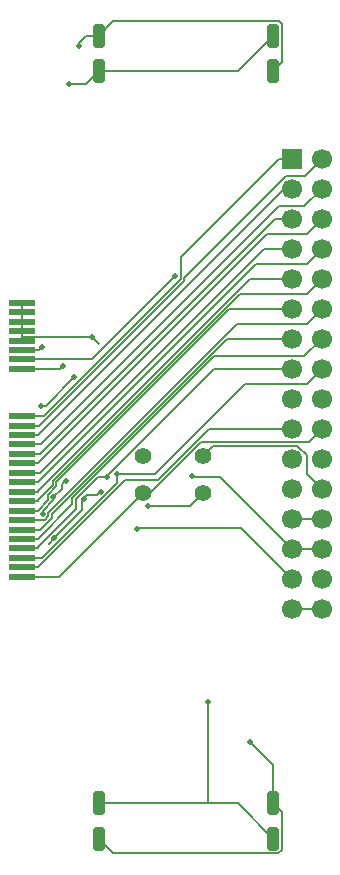
<source format=gbl>
G04 #@! TF.GenerationSoftware,KiCad,Pcbnew,9.0.2*
G04 #@! TF.CreationDate,2025-06-24T15:08:32-04:00*
G04 #@! TF.ProjectId,uconsole-expansion-card-template,75636f6e-736f-46c6-952d-657870616e73,0.1*
G04 #@! TF.SameCoordinates,Original*
G04 #@! TF.FileFunction,Copper,L2,Bot*
G04 #@! TF.FilePolarity,Positive*
%FSLAX46Y46*%
G04 Gerber Fmt 4.6, Leading zero omitted, Abs format (unit mm)*
G04 Created by KiCad (PCBNEW 9.0.2) date 2025-06-24 15:08:32*
%MOMM*%
%LPD*%
G01*
G04 APERTURE LIST*
G04 Aperture macros list*
%AMRoundRect*
0 Rectangle with rounded corners*
0 $1 Rounding radius*
0 $2 $3 $4 $5 $6 $7 $8 $9 X,Y pos of 4 corners*
0 Add a 4 corners polygon primitive as box body*
4,1,4,$2,$3,$4,$5,$6,$7,$8,$9,$2,$3,0*
0 Add four circle primitives for the rounded corners*
1,1,$1+$1,$2,$3*
1,1,$1+$1,$4,$5*
1,1,$1+$1,$6,$7*
1,1,$1+$1,$8,$9*
0 Add four rect primitives between the rounded corners*
20,1,$1+$1,$2,$3,$4,$5,0*
20,1,$1+$1,$4,$5,$6,$7,0*
20,1,$1+$1,$6,$7,$8,$9,0*
20,1,$1+$1,$8,$9,$2,$3,0*%
G04 Aperture macros list end*
G04 #@! TA.AperFunction,ComponentPad*
%ADD10C,1.400000*%
G04 #@! TD*
G04 #@! TA.AperFunction,ConnectorPad*
%ADD11R,2.300000X0.600000*%
G04 #@! TD*
G04 #@! TA.AperFunction,ConnectorPad*
%ADD12RoundRect,0.250000X-0.250000X-0.750000X0.250000X-0.750000X0.250000X0.750000X-0.250000X0.750000X0*%
G04 #@! TD*
G04 #@! TA.AperFunction,ComponentPad*
%ADD13R,1.700000X1.700000*%
G04 #@! TD*
G04 #@! TA.AperFunction,ComponentPad*
%ADD14C,1.700000*%
G04 #@! TD*
G04 #@! TA.AperFunction,ViaPad*
%ADD15C,0.500000*%
G04 #@! TD*
G04 #@! TA.AperFunction,Conductor*
%ADD16C,0.127000*%
G04 #@! TD*
G04 #@! TA.AperFunction,Conductor*
%ADD17C,0.200000*%
G04 #@! TD*
G04 APERTURE END LIST*
D10*
X99340000Y-105250000D03*
X94260000Y-105250000D03*
D11*
X84015000Y-89120000D03*
X84015000Y-89920000D03*
X84015000Y-90720000D03*
X84015000Y-91520000D03*
X84015000Y-92320000D03*
X84015000Y-93120000D03*
X84015000Y-93920000D03*
X84015000Y-94720000D03*
X84015000Y-98720000D03*
X84015000Y-99520000D03*
X84015000Y-100320000D03*
X84015000Y-101120000D03*
X84015000Y-101920000D03*
X84015000Y-102720000D03*
X84015000Y-103520000D03*
X84015000Y-104320000D03*
X84015000Y-105120000D03*
X84015000Y-105920000D03*
X84015000Y-106720000D03*
X84015000Y-107520000D03*
X84015000Y-108320000D03*
X84015000Y-109120000D03*
X84015000Y-109920000D03*
X84015000Y-110720000D03*
X84015000Y-111520000D03*
X84015000Y-112320000D03*
D10*
X99340000Y-102100000D03*
X94260000Y-102100000D03*
D12*
X90535000Y-69500000D03*
X90535000Y-66500000D03*
X105305000Y-66500000D03*
X105305000Y-69500000D03*
D13*
X106875000Y-76950000D03*
D14*
X109415000Y-76950000D03*
X106875000Y-79490000D03*
X109415000Y-79490000D03*
X106875000Y-82030000D03*
X109415000Y-82030000D03*
X106875000Y-84570000D03*
X109415000Y-84570000D03*
X106875000Y-87110000D03*
X109415000Y-87110000D03*
X106875000Y-89650000D03*
X109415000Y-89650000D03*
X106875000Y-92190000D03*
X109415000Y-92190000D03*
X106875000Y-94730000D03*
X109415000Y-94730000D03*
X106875000Y-97270000D03*
X109415000Y-97270000D03*
X106875000Y-99810000D03*
X109415000Y-99810000D03*
X106875000Y-102350000D03*
X109415000Y-102350000D03*
X106875000Y-104890000D03*
X109415000Y-104890000D03*
X106875000Y-107430000D03*
X109415000Y-107430000D03*
X106875000Y-109970000D03*
X109415000Y-109970000D03*
X106875000Y-112510000D03*
X109415000Y-112510000D03*
X106875000Y-115050000D03*
X109415000Y-115050000D03*
D12*
X90535000Y-134500000D03*
X90535000Y-131500000D03*
X105305000Y-131500000D03*
X105305000Y-134500000D03*
D15*
X88010000Y-70614000D03*
X88830000Y-67340000D03*
X103346100Y-126318100D03*
X97009500Y-86848000D03*
X87526600Y-94477600D03*
X99756000Y-122912400D03*
X89965800Y-92039200D03*
X98410000Y-103820000D03*
X89287050Y-105717050D03*
X85815800Y-106999200D03*
X86777700Y-109034100D03*
X93815506Y-108240994D03*
X87792256Y-104177744D03*
X86707600Y-105569500D03*
X85727500Y-92837400D03*
X90694362Y-105119850D03*
X94721600Y-106358700D03*
X88445500Y-95448000D03*
X85618500Y-97843300D03*
X91227800Y-103878500D03*
X92060600Y-103586000D03*
D16*
X90535000Y-69500000D02*
X102305000Y-69500000D01*
X88010000Y-70614000D02*
X89421000Y-70614000D01*
X89421000Y-70614000D02*
X90535000Y-69500000D01*
X102305000Y-69500000D02*
X105305000Y-66500000D01*
X106085800Y-65554800D02*
X105807600Y-65276600D01*
X105305000Y-69500000D02*
X106085800Y-68719200D01*
X88830000Y-67340000D02*
X88830000Y-67135600D01*
X91758400Y-65276600D02*
X90535000Y-66500000D01*
X89465600Y-66500000D02*
X90535000Y-66500000D01*
X106085800Y-68719200D02*
X106085800Y-65554800D01*
X105807600Y-65276600D02*
X91758400Y-65276600D01*
X88830000Y-67135600D02*
X89465600Y-66500000D01*
X91776000Y-135741000D02*
X105733500Y-135741000D01*
X84015000Y-93920000D02*
X89937500Y-93920000D01*
X106061200Y-132256200D02*
X105305000Y-131500000D01*
X90535000Y-134500000D02*
X91776000Y-135741000D01*
X105305000Y-131500000D02*
X105305000Y-128277000D01*
X89937500Y-93920000D02*
X97009500Y-86848000D01*
X105733500Y-135741000D02*
X106061200Y-135413300D01*
X106061200Y-135413300D02*
X106061200Y-132256200D01*
X105305000Y-128277000D02*
X103346100Y-126318100D01*
X87284200Y-94720000D02*
X84015000Y-94720000D01*
X99756000Y-131500000D02*
X102305000Y-131500000D01*
X87526600Y-94477600D02*
X87284200Y-94720000D01*
X102305000Y-131500000D02*
X105305000Y-134500000D01*
X90535000Y-131500000D02*
X99756000Y-131500000D01*
X99756000Y-131500000D02*
X99756000Y-122912400D01*
D17*
X109415000Y-109970000D02*
X106875000Y-109970000D01*
X90559300Y-92632700D02*
X89965800Y-92039200D01*
X89965800Y-92039200D02*
X90559300Y-92632700D01*
X84015000Y-89120000D02*
X84015000Y-89920000D01*
X98410000Y-103820000D02*
X98460000Y-103870000D01*
X84015000Y-90720000D02*
X84015000Y-91520000D01*
X84015000Y-90720000D02*
X84015000Y-89920000D01*
X84015000Y-92320000D02*
X84015000Y-92039200D01*
X84015000Y-92039200D02*
X89965800Y-92039200D01*
X98460000Y-103870000D02*
X100775000Y-103870000D01*
X84015000Y-92039200D02*
X84015000Y-91520000D01*
X100775000Y-103870000D02*
X106875000Y-109970000D01*
X86777700Y-109034100D02*
X86291800Y-109520000D01*
X87739056Y-104177744D02*
X87413600Y-104503200D01*
X84015000Y-93120000D02*
X85444900Y-93120000D01*
X109415000Y-115050000D02*
X106875000Y-115050000D01*
X89158200Y-106653600D02*
X86777700Y-109034100D01*
X93830000Y-108226500D02*
X102591500Y-108226500D01*
X87413600Y-104863500D02*
X86707600Y-105569500D01*
X86707600Y-105836300D02*
X85815800Y-106728100D01*
X93815506Y-108240994D02*
X93830000Y-108226500D01*
X89567100Y-105437000D02*
X90377212Y-105437000D01*
X87792256Y-104177744D02*
X87739056Y-104177744D01*
X85444900Y-93120000D02*
X85727500Y-92837400D01*
X86291800Y-109520000D02*
X86777700Y-109034100D01*
X89287050Y-105717050D02*
X89567100Y-105437000D01*
X89287050Y-105717050D02*
X89158200Y-105845900D01*
X102591500Y-108226500D02*
X106875000Y-112510000D01*
X90377212Y-105437000D02*
X90694362Y-105119850D01*
X85815800Y-106728100D02*
X85815800Y-106999200D01*
X89158200Y-105845900D02*
X89158200Y-106653600D01*
X87413600Y-104503200D02*
X87413600Y-104863500D01*
X86707600Y-105569500D02*
X86707600Y-105836300D01*
X85618500Y-97843300D02*
X85568100Y-97893700D01*
X88481100Y-95483600D02*
X88445500Y-95448000D01*
X94721600Y-106358700D02*
X98231300Y-106358700D01*
X85568100Y-97893700D02*
X85618500Y-97843300D01*
X98231300Y-106358700D02*
X99340000Y-105250000D01*
X108145000Y-102035600D02*
X107328900Y-101219500D01*
X107328900Y-101219500D02*
X100220500Y-101219500D01*
X100220500Y-101219500D02*
X99340000Y-102100000D01*
X106875000Y-107430000D02*
X109415000Y-107430000D01*
X88445500Y-95448000D02*
X88481100Y-95483600D01*
X88445500Y-95448000D02*
X86050200Y-97843300D01*
X109415000Y-104890000D02*
X108145000Y-103620000D01*
X108145000Y-103620000D02*
X108145000Y-102035600D01*
X86050200Y-97843300D02*
X85618500Y-97843300D01*
D16*
X97474700Y-85285100D02*
X105809800Y-76950000D01*
X97474700Y-87149700D02*
X97474700Y-85285100D01*
X106875000Y-76950000D02*
X105809800Y-76950000D01*
X84015000Y-98720000D02*
X85380200Y-98720000D01*
X85904400Y-98720000D02*
X97474700Y-87149700D01*
X85380200Y-98720000D02*
X85904400Y-98720000D01*
X106420700Y-78359300D02*
X108005700Y-78359300D01*
X97753400Y-87026600D02*
X106420700Y-78359300D01*
X85498500Y-99520000D02*
X97753400Y-87265100D01*
X84015000Y-99520000D02*
X85380200Y-99520000D01*
X97753400Y-87265100D02*
X97753400Y-87026600D01*
X85380200Y-99520000D02*
X85498500Y-99520000D01*
X108005700Y-78359300D02*
X109415000Y-76950000D01*
X106875000Y-79490000D02*
X106210200Y-79490000D01*
X106210200Y-79490000D02*
X85380200Y-100320000D01*
X84015000Y-100320000D02*
X85380200Y-100320000D01*
X107958000Y-80947000D02*
X109415000Y-79490000D01*
X85637100Y-101120000D02*
X105810100Y-80947000D01*
X84015000Y-101120000D02*
X85637100Y-101120000D01*
X105810100Y-80947000D02*
X107958000Y-80947000D01*
X106875000Y-82030000D02*
X105428400Y-82030000D01*
X105428400Y-82030000D02*
X85538400Y-101920000D01*
X85538400Y-101920000D02*
X84015000Y-101920000D01*
X104800200Y-83300000D02*
X85380200Y-102720000D01*
X109415000Y-82030000D02*
X108145000Y-83300000D01*
X84015000Y-102720000D02*
X85380200Y-102720000D01*
X108145000Y-83300000D02*
X104800200Y-83300000D01*
X104549700Y-84570000D02*
X85599700Y-103520000D01*
X85599700Y-103520000D02*
X84015000Y-103520000D01*
X106875000Y-84570000D02*
X104549700Y-84570000D01*
X103858700Y-85841500D02*
X85380200Y-104320000D01*
X108143500Y-85841500D02*
X103858700Y-85841500D01*
X109415000Y-84570000D02*
X108143500Y-85841500D01*
X84015000Y-104320000D02*
X85380200Y-104320000D01*
X85380200Y-105090600D02*
X85380200Y-105120000D01*
X106875000Y-87110000D02*
X103360800Y-87110000D01*
X84015000Y-105120000D02*
X85380200Y-105120000D01*
X103360800Y-87110000D02*
X85380200Y-105090600D01*
X84015000Y-105920000D02*
X85380200Y-105920000D01*
X102484900Y-88380000D02*
X86669700Y-104195200D01*
X86669700Y-104555500D02*
X85380200Y-105845000D01*
X109415000Y-87110000D02*
X108145000Y-88380000D01*
X85380200Y-105845000D02*
X85380200Y-105920000D01*
X86669700Y-104195200D02*
X86669700Y-104555500D01*
X108145000Y-88380000D02*
X102484900Y-88380000D01*
X86242400Y-105855800D02*
X85380200Y-106718000D01*
X106875000Y-89650000D02*
X101609000Y-89650000D01*
X85380200Y-106718000D02*
X85380200Y-106720000D01*
X84015000Y-106720000D02*
X85380200Y-106720000D01*
X86948400Y-104310600D02*
X86948400Y-104670900D01*
X101609000Y-89650000D02*
X86948400Y-104310600D01*
X86948400Y-104670900D02*
X86242400Y-105376900D01*
X86242400Y-105376900D02*
X86242400Y-105855800D01*
X84015000Y-107520000D02*
X85952900Y-107520000D01*
X108145000Y-90920000D02*
X109415000Y-89650000D01*
X86281000Y-106883000D02*
X102244000Y-90920000D01*
X102244000Y-90920000D02*
X108145000Y-90920000D01*
X86281000Y-107191900D02*
X86281000Y-106883000D01*
X85952900Y-107520000D02*
X86281000Y-107191900D01*
X85547000Y-108320000D02*
X86559700Y-107307300D01*
X86559700Y-107307300D02*
X86559700Y-106998400D01*
X101368100Y-92190000D02*
X106875000Y-92190000D01*
X84015000Y-108320000D02*
X85380200Y-108320000D01*
X86559700Y-106998400D02*
X101368100Y-92190000D01*
X85380200Y-108320000D02*
X85547000Y-108320000D01*
X84015000Y-109120000D02*
X85380200Y-109120000D01*
X88300300Y-105651900D02*
X88300300Y-106199900D01*
X107940200Y-93664800D02*
X100287400Y-93664800D01*
X109415000Y-92190000D02*
X107940200Y-93664800D01*
X100287400Y-93664800D02*
X88300300Y-105651900D01*
X88300300Y-106199900D02*
X85380200Y-109120000D01*
X85380200Y-112320000D02*
X87190000Y-112320000D01*
X108320800Y-100904200D02*
X109415000Y-99810000D01*
X94874700Y-105250000D02*
X99220500Y-100904200D01*
X94260000Y-105250000D02*
X94874700Y-105250000D01*
X99220500Y-100904200D02*
X108320800Y-100904200D01*
X87190000Y-112320000D02*
X94260000Y-105250000D01*
X84015000Y-112320000D02*
X85380200Y-112320000D01*
X85380200Y-111520000D02*
X92793000Y-104107200D01*
X92793000Y-104107200D02*
X95592700Y-104107200D01*
X84015000Y-111520000D02*
X85380200Y-111520000D01*
X95592700Y-104107200D02*
X99889900Y-99810000D01*
X99889900Y-99810000D02*
X106875000Y-99810000D01*
X91227800Y-103878500D02*
X90467800Y-103878500D01*
X84015000Y-109920000D02*
X85380200Y-109920000D01*
X91227800Y-103761000D02*
X91227800Y-103878500D01*
X100258800Y-94730000D02*
X91227800Y-103761000D01*
X106875000Y-94730000D02*
X100258800Y-94730000D01*
X90467800Y-103878500D02*
X88579000Y-105767300D01*
X88579000Y-105767300D02*
X88579000Y-106575000D01*
X88579000Y-106575000D02*
X85380200Y-109773800D01*
X85380200Y-109773800D02*
X85380200Y-109920000D01*
X95327700Y-103586000D02*
X92060600Y-103586000D01*
X102913700Y-96000000D02*
X95327700Y-103586000D01*
X108145000Y-96000000D02*
X102913700Y-96000000D01*
X85749700Y-110720000D02*
X92060600Y-104409100D01*
X85380200Y-110720000D02*
X85749700Y-110720000D01*
X92060600Y-104409100D02*
X92060600Y-103586000D01*
X84015000Y-110720000D02*
X85380200Y-110720000D01*
X109415000Y-94730000D02*
X108145000Y-96000000D01*
M02*

</source>
